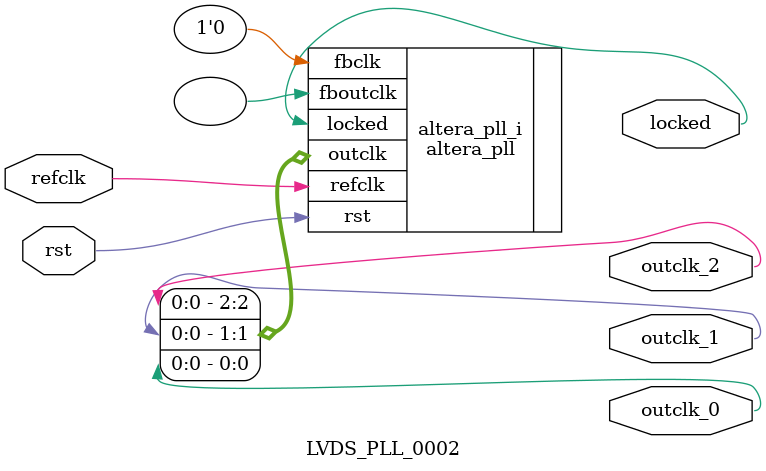
<source format=v>
`timescale 1ns/10ps
module  LVDS_PLL_0002(

	// interface 'refclk'
	input wire refclk,

	// interface 'reset'
	input wire rst,

	// interface 'outclk0'
	output wire outclk_0,

	// interface 'outclk1'
	output wire outclk_1,

	// interface 'outclk2'
	output wire outclk_2,

	// interface 'locked'
	output wire locked
);

	altera_pll #(
		.fractional_vco_multiplier("false"),
		.reference_clock_frequency("50.0 MHz"),
		.operation_mode("lvds"),
		.number_of_clocks(3),
		.output_clock_frequency0("8.000000 MHz"),
		.phase_shift0("93750 ps"),
		.duty_cycle0(50),
		.output_clock_frequency1("8.000000 MHz"),
		.phase_shift1("93750 ps"),
		.duty_cycle1(50),
		.output_clock_frequency2("2.000000 MHz"),
		.phase_shift2("468750 ps"),
		.duty_cycle2(50),
		.output_clock_frequency3("0 MHz"),
		.phase_shift3("0 ps"),
		.duty_cycle3(50),
		.output_clock_frequency4("0 MHz"),
		.phase_shift4("0 ps"),
		.duty_cycle4(50),
		.output_clock_frequency5("0 MHz"),
		.phase_shift5("0 ps"),
		.duty_cycle5(50),
		.output_clock_frequency6("0 MHz"),
		.phase_shift6("0 ps"),
		.duty_cycle6(50),
		.output_clock_frequency7("0 MHz"),
		.phase_shift7("0 ps"),
		.duty_cycle7(50),
		.output_clock_frequency8("0 MHz"),
		.phase_shift8("0 ps"),
		.duty_cycle8(50),
		.output_clock_frequency9("0 MHz"),
		.phase_shift9("0 ps"),
		.duty_cycle9(50),
		.output_clock_frequency10("0 MHz"),
		.phase_shift10("0 ps"),
		.duty_cycle10(50),
		.output_clock_frequency11("0 MHz"),
		.phase_shift11("0 ps"),
		.duty_cycle11(50),
		.output_clock_frequency12("0 MHz"),
		.phase_shift12("0 ps"),
		.duty_cycle12(50),
		.output_clock_frequency13("0 MHz"),
		.phase_shift13("0 ps"),
		.duty_cycle13(50),
		.output_clock_frequency14("0 MHz"),
		.phase_shift14("0 ps"),
		.duty_cycle14(50),
		.output_clock_frequency15("0 MHz"),
		.phase_shift15("0 ps"),
		.duty_cycle15(50),
		.output_clock_frequency16("0 MHz"),
		.phase_shift16("0 ps"),
		.duty_cycle16(50),
		.output_clock_frequency17("0 MHz"),
		.phase_shift17("0 ps"),
		.duty_cycle17(50),
		.pll_type("General"),
		.pll_subtype("General")
	) altera_pll_i (
		.rst	(rst),
		.outclk	({outclk_2, outclk_1, outclk_0}),
		.locked	(locked),
		.fboutclk	( ),
		.fbclk	(1'b0),
		.refclk	(refclk)
	);
endmodule


</source>
